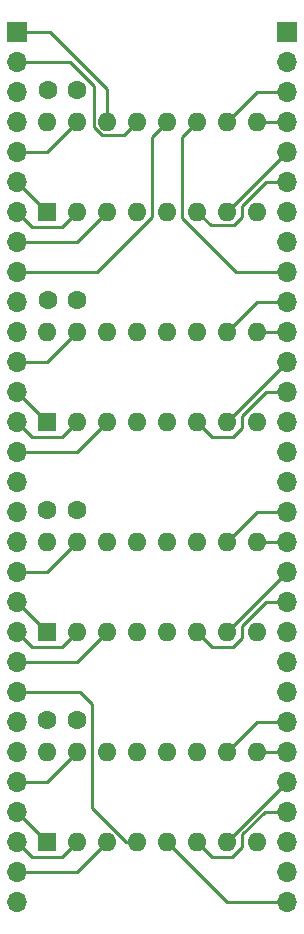
<source format=gbr>
%TF.GenerationSoftware,KiCad,Pcbnew,7.0.6-0*%
%TF.CreationDate,2023-07-28T22:16:22-07:00*%
%TF.ProjectId,V501,56353031-2e6b-4696-9361-645f70636258,rev?*%
%TF.SameCoordinates,Original*%
%TF.FileFunction,Copper,L1,Top*%
%TF.FilePolarity,Positive*%
%FSLAX46Y46*%
G04 Gerber Fmt 4.6, Leading zero omitted, Abs format (unit mm)*
G04 Created by KiCad (PCBNEW 7.0.6-0) date 2023-07-28 22:16:22*
%MOMM*%
%LPD*%
G01*
G04 APERTURE LIST*
%TA.AperFunction,ComponentPad*%
%ADD10C,1.600000*%
%TD*%
%TA.AperFunction,ComponentPad*%
%ADD11R,1.600000X1.600000*%
%TD*%
%TA.AperFunction,ComponentPad*%
%ADD12O,1.600000X1.600000*%
%TD*%
%TA.AperFunction,ComponentPad*%
%ADD13R,1.700000X1.700000*%
%TD*%
%TA.AperFunction,ComponentPad*%
%ADD14O,1.700000X1.700000*%
%TD*%
%TA.AperFunction,Conductor*%
%ADD15C,0.250000*%
%TD*%
G04 APERTURE END LIST*
D10*
%TO.P,C2,1*%
%TO.N,VCC*%
X112034000Y-100330000D03*
%TO.P,C2,2*%
%TO.N,GND*%
X114534000Y-100330000D03*
%TD*%
%TO.P,C1,1*%
%TO.N,VCC*%
X112034000Y-82550000D03*
%TO.P,C1,2*%
%TO.N,GND*%
X114534000Y-82550000D03*
%TD*%
%TO.P,C3,1*%
%TO.N,VCC*%
X111999000Y-118120000D03*
%TO.P,C3,2*%
%TO.N,GND*%
X114499000Y-118120000D03*
%TD*%
D11*
%TO.P,U1,1,D2*%
%TO.N,/J1Bus6*%
X112014000Y-92837000D03*
D12*
%TO.P,U1,2,D3*%
%TO.N,/J1Bus7*%
X114554000Y-92837000D03*
%TO.P,U1,3,D4*%
%TO.N,/J1Bus8*%
X117094000Y-92837000D03*
%TO.P,U1,4,Rb*%
%TO.N,Rb*%
X119634000Y-92837000D03*
%TO.P,U1,5,Ra*%
%TO.N,Ra*%
X122174000Y-92837000D03*
%TO.P,U1,6,Q4*%
%TO.N,/J2Bus6*%
X124714000Y-92837000D03*
%TO.P,U1,7,Q3*%
%TO.N,/J2Bus5*%
X127254000Y-92837000D03*
%TO.P,U1,8,GND*%
%TO.N,GND*%
X129794000Y-92837000D03*
%TO.P,U1,9,Q2*%
%TO.N,/J2Bus4*%
X129794000Y-85217000D03*
%TO.P,U1,10,Q1*%
%TO.N,/J2Bus3*%
X127254000Y-85217000D03*
%TO.P,U1,11,~{Er}*%
%TO.N,~{Er}*%
X124714000Y-85217000D03*
%TO.P,U1,12,~{Ew}*%
%TO.N,~{Ew}*%
X122174000Y-85217000D03*
%TO.P,U1,13,Wb*%
%TO.N,Wb*%
X119634000Y-85217000D03*
%TO.P,U1,14,Wa*%
%TO.N,Wa*%
X117094000Y-85217000D03*
%TO.P,U1,15,D1*%
%TO.N,/J1Bus5*%
X114554000Y-85217000D03*
%TO.P,U1,16,VCC*%
%TO.N,VCC*%
X112014000Y-85217000D03*
%TD*%
D11*
%TO.P,U4,1,D2*%
%TO.N,/J1Bus27*%
X112014000Y-146167000D03*
D12*
%TO.P,U4,2,D3*%
%TO.N,/J1Bus28*%
X114554000Y-146167000D03*
%TO.P,U4,3,D4*%
%TO.N,/J1Bus29*%
X117094000Y-146167000D03*
%TO.P,U4,4,Rb*%
%TO.N,Rb*%
X119634000Y-146167000D03*
%TO.P,U4,5,Ra*%
%TO.N,Ra*%
X122174000Y-146167000D03*
%TO.P,U4,6,Q4*%
%TO.N,/J2Bus27*%
X124714000Y-146167000D03*
%TO.P,U4,7,Q3*%
%TO.N,/J2Bus26*%
X127254000Y-146167000D03*
%TO.P,U4,8,GND*%
%TO.N,GND*%
X129794000Y-146167000D03*
%TO.P,U4,9,Q2*%
%TO.N,/J2Bus25*%
X129794000Y-138547000D03*
%TO.P,U4,10,Q1*%
%TO.N,/J2Bus24*%
X127254000Y-138547000D03*
%TO.P,U4,11,~{Er}*%
%TO.N,~{Er}*%
X124714000Y-138547000D03*
%TO.P,U4,12,~{Ew}*%
%TO.N,~{Ew}*%
X122174000Y-138547000D03*
%TO.P,U4,13,Wb*%
%TO.N,Wb*%
X119634000Y-138547000D03*
%TO.P,U4,14,Wa*%
%TO.N,Wa*%
X117094000Y-138547000D03*
%TO.P,U4,15,D1*%
%TO.N,/J1Bus26*%
X114554000Y-138547000D03*
%TO.P,U4,16,VCC*%
%TO.N,VCC*%
X112014000Y-138547000D03*
%TD*%
D11*
%TO.P,U2,1,D2*%
%TO.N,/J1Bus13*%
X112014000Y-110617000D03*
D12*
%TO.P,U2,2,D3*%
%TO.N,/J1Bus14*%
X114554000Y-110617000D03*
%TO.P,U2,3,D4*%
%TO.N,/J1Bus15*%
X117094000Y-110617000D03*
%TO.P,U2,4,Rb*%
%TO.N,Rb*%
X119634000Y-110617000D03*
%TO.P,U2,5,Ra*%
%TO.N,Ra*%
X122174000Y-110617000D03*
%TO.P,U2,6,Q4*%
%TO.N,/J2Bus13*%
X124714000Y-110617000D03*
%TO.P,U2,7,Q3*%
%TO.N,/J2Bus12*%
X127254000Y-110617000D03*
%TO.P,U2,8,GND*%
%TO.N,GND*%
X129794000Y-110617000D03*
%TO.P,U2,9,Q2*%
%TO.N,/J2Bus11*%
X129794000Y-102997000D03*
%TO.P,U2,10,Q1*%
%TO.N,/J2Bus10*%
X127254000Y-102997000D03*
%TO.P,U2,11,~{Er}*%
%TO.N,~{Er}*%
X124714000Y-102997000D03*
%TO.P,U2,12,~{Ew}*%
%TO.N,~{Ew}*%
X122174000Y-102997000D03*
%TO.P,U2,13,Wb*%
%TO.N,Wb*%
X119634000Y-102997000D03*
%TO.P,U2,14,Wa*%
%TO.N,Wa*%
X117094000Y-102997000D03*
%TO.P,U2,15,D1*%
%TO.N,/J1Bus12*%
X114554000Y-102997000D03*
%TO.P,U2,16,VCC*%
%TO.N,VCC*%
X112014000Y-102997000D03*
%TD*%
D10*
%TO.P,C4,1*%
%TO.N,VCC*%
X111999000Y-135880000D03*
%TO.P,C4,2*%
%TO.N,GND*%
X114499000Y-135880000D03*
%TD*%
D11*
%TO.P,U3,1,D2*%
%TO.N,/J1Bus20*%
X112014000Y-128397000D03*
D12*
%TO.P,U3,2,D3*%
%TO.N,/J1Bus21*%
X114554000Y-128397000D03*
%TO.P,U3,3,D4*%
%TO.N,/J1Bus22*%
X117094000Y-128397000D03*
%TO.P,U3,4,Rb*%
%TO.N,Rb*%
X119634000Y-128397000D03*
%TO.P,U3,5,Ra*%
%TO.N,Ra*%
X122174000Y-128397000D03*
%TO.P,U3,6,Q4*%
%TO.N,/J2Bus20*%
X124714000Y-128397000D03*
%TO.P,U3,7,Q3*%
%TO.N,/J2Bus19*%
X127254000Y-128397000D03*
%TO.P,U3,8,GND*%
%TO.N,GND*%
X129794000Y-128397000D03*
%TO.P,U3,9,Q2*%
%TO.N,/J2Bus18*%
X129794000Y-120777000D03*
%TO.P,U3,10,Q1*%
%TO.N,/J2Bus17*%
X127254000Y-120777000D03*
%TO.P,U3,11,~{Er}*%
%TO.N,~{Er}*%
X124714000Y-120777000D03*
%TO.P,U3,12,~{Ew}*%
%TO.N,~{Ew}*%
X122174000Y-120777000D03*
%TO.P,U3,13,Wb*%
%TO.N,Wb*%
X119634000Y-120777000D03*
%TO.P,U3,14,Wa*%
%TO.N,Wa*%
X117094000Y-120777000D03*
%TO.P,U3,15,D1*%
%TO.N,/J1Bus19*%
X114554000Y-120777000D03*
%TO.P,U3,16,VCC*%
%TO.N,VCC*%
X112014000Y-120777000D03*
%TD*%
D13*
%TO.P,J1,1,Pin_1*%
%TO.N,Wa*%
X109474000Y-77597000D03*
D14*
%TO.P,J1,2,Pin_2*%
%TO.N,Wb*%
X109474000Y-80137000D03*
%TO.P,J1,3,Pin_3*%
%TO.N,VCC*%
X109474000Y-82677000D03*
%TO.P,J1,4,Pin_4*%
X109474000Y-85217000D03*
%TO.P,J1,5,Pin_5*%
%TO.N,/J1Bus5*%
X109474000Y-87757000D03*
%TO.P,J1,6,Pin_6*%
%TO.N,/J1Bus6*%
X109474000Y-90297000D03*
%TO.P,J1,7,Pin_7*%
%TO.N,/J1Bus7*%
X109474000Y-92837000D03*
%TO.P,J1,8,Pin_8*%
%TO.N,/J1Bus8*%
X109474000Y-95377000D03*
%TO.P,J1,9,Pin_9*%
%TO.N,~{Ew}*%
X109474000Y-97917000D03*
%TO.P,J1,10,Pin_10*%
%TO.N,VCC*%
X109474000Y-100457000D03*
%TO.P,J1,11,Pin_11*%
X109474000Y-102997000D03*
%TO.P,J1,12,Pin_12*%
%TO.N,/J1Bus12*%
X109474000Y-105537000D03*
%TO.P,J1,13,Pin_13*%
%TO.N,/J1Bus13*%
X109474000Y-108077000D03*
%TO.P,J1,14,Pin_14*%
%TO.N,/J1Bus14*%
X109474000Y-110617000D03*
%TO.P,J1,15,Pin_15*%
%TO.N,/J1Bus15*%
X109474000Y-113157000D03*
%TO.P,J1,16,Pin_16*%
%TO.N,/J1Bus16*%
X109474000Y-115697000D03*
%TO.P,J1,17,Pin_17*%
%TO.N,VCC*%
X109474000Y-118237000D03*
%TO.P,J1,18,Pin_18*%
X109474000Y-120777000D03*
%TO.P,J1,19,Pin_19*%
%TO.N,/J1Bus19*%
X109474000Y-123317000D03*
%TO.P,J1,20,Pin_20*%
%TO.N,/J1Bus20*%
X109474000Y-125857000D03*
%TO.P,J1,21,Pin_21*%
%TO.N,/J1Bus21*%
X109474000Y-128397000D03*
%TO.P,J1,22,Pin_22*%
%TO.N,/J1Bus22*%
X109474000Y-130937000D03*
%TO.P,J1,23,Pin_23*%
%TO.N,Rb*%
X109474000Y-133477000D03*
%TO.P,J1,24,Pin_24*%
%TO.N,VCC*%
X109474000Y-136017000D03*
%TO.P,J1,25,Pin_25*%
X109474000Y-138557000D03*
%TO.P,J1,26,Pin_26*%
%TO.N,/J1Bus26*%
X109474000Y-141097000D03*
%TO.P,J1,27,Pin_27*%
%TO.N,/J1Bus27*%
X109474000Y-143637000D03*
%TO.P,J1,28,Pin_28*%
%TO.N,/J1Bus28*%
X109474000Y-146177000D03*
%TO.P,J1,29,Pin_29*%
%TO.N,/J1Bus29*%
X109474000Y-148717000D03*
%TO.P,J1,30,Pin_30*%
%TO.N,VCC*%
X109474000Y-151257000D03*
%TD*%
D13*
%TO.P,J2,1,Pin_1*%
%TO.N,GND*%
X132334000Y-77597000D03*
D14*
%TO.P,J2,2,Pin_2*%
X132334000Y-80137000D03*
%TO.P,J2,3,Pin_3*%
%TO.N,/J2Bus3*%
X132334000Y-82677000D03*
%TO.P,J2,4,Pin_4*%
%TO.N,/J2Bus4*%
X132334000Y-85217000D03*
%TO.P,J2,5,Pin_5*%
%TO.N,/J2Bus5*%
X132334000Y-87757000D03*
%TO.P,J2,6,Pin_6*%
%TO.N,/J2Bus6*%
X132334000Y-90297000D03*
%TO.P,J2,7,Pin_7*%
%TO.N,GND*%
X132334000Y-92837000D03*
%TO.P,J2,8,Pin_8*%
X132334000Y-95377000D03*
%TO.P,J2,9,Pin_9*%
%TO.N,~{Er}*%
X132334000Y-97917000D03*
%TO.P,J2,10,Pin_10*%
%TO.N,/J2Bus10*%
X132334000Y-100457000D03*
%TO.P,J2,11,Pin_11*%
%TO.N,/J2Bus11*%
X132334000Y-102997000D03*
%TO.P,J2,12,Pin_12*%
%TO.N,/J2Bus12*%
X132334000Y-105537000D03*
%TO.P,J2,13,Pin_13*%
%TO.N,/J2Bus13*%
X132334000Y-108077000D03*
%TO.P,J2,14,Pin_14*%
%TO.N,GND*%
X132334000Y-110617000D03*
%TO.P,J2,15,Pin_15*%
X132334000Y-113157000D03*
%TO.P,J2,16,Pin_16*%
%TO.N,/J2Bus16*%
X132334000Y-115697000D03*
%TO.P,J2,17,Pin_17*%
%TO.N,/J2Bus17*%
X132334000Y-118237000D03*
%TO.P,J2,18,Pin_18*%
%TO.N,/J2Bus18*%
X132334000Y-120777000D03*
%TO.P,J2,19,Pin_19*%
%TO.N,/J2Bus19*%
X132334000Y-123317000D03*
%TO.P,J2,20,Pin_20*%
%TO.N,/J2Bus20*%
X132334000Y-125857000D03*
%TO.P,J2,21,Pin_21*%
%TO.N,GND*%
X132334000Y-128397000D03*
%TO.P,J2,22,Pin_22*%
X132334000Y-130937000D03*
%TO.P,J2,23,Pin_23*%
%TO.N,/J2Bus23*%
X132334000Y-133477000D03*
%TO.P,J2,24,Pin_24*%
%TO.N,/J2Bus24*%
X132334000Y-136017000D03*
%TO.P,J2,25,Pin_25*%
%TO.N,/J2Bus25*%
X132334000Y-138557000D03*
%TO.P,J2,26,Pin_26*%
%TO.N,/J2Bus26*%
X132334000Y-141097000D03*
%TO.P,J2,27,Pin_27*%
%TO.N,/J2Bus27*%
X132334000Y-143637000D03*
%TO.P,J2,28,Pin_28*%
%TO.N,GND*%
X132334000Y-146177000D03*
%TO.P,J2,29,Pin_29*%
X132334000Y-148717000D03*
%TO.P,J2,30,Pin_30*%
%TO.N,Ra*%
X132334000Y-151257000D03*
%TD*%
D15*
%TO.N,/J2Bus17*%
X132334000Y-118237000D02*
X129794000Y-118237000D01*
X129794000Y-118237000D02*
X127254000Y-120777000D01*
%TO.N,/J2Bus18*%
X132334000Y-120777000D02*
X129794000Y-120777000D01*
%TO.N,/J2Bus19*%
X132334000Y-123317000D02*
X127254000Y-128397000D01*
%TO.N,/J2Bus20*%
X128524000Y-127889000D02*
X128524000Y-128905000D01*
X132334000Y-125857000D02*
X130556000Y-125857000D01*
X128524000Y-128905000D02*
X127762000Y-129667000D01*
X127762000Y-129667000D02*
X125984000Y-129667000D01*
X130556000Y-125857000D02*
X128524000Y-127889000D01*
X125984000Y-129667000D02*
X124714000Y-128397000D01*
%TO.N,/J1Bus26*%
X109474000Y-141097000D02*
X112004000Y-141097000D01*
X112004000Y-141097000D02*
X114554000Y-138547000D01*
%TO.N,/J1Bus22*%
X109474000Y-130937000D02*
X114554000Y-130937000D01*
X114554000Y-130937000D02*
X117094000Y-128397000D01*
%TO.N,/J1Bus21*%
X110744000Y-129667000D02*
X113284000Y-129667000D01*
X109474000Y-128397000D02*
X110744000Y-129667000D01*
X113284000Y-129667000D02*
X114554000Y-128397000D01*
%TO.N,/J1Bus20*%
X109474000Y-125857000D02*
X112014000Y-128397000D01*
%TO.N,/J1Bus19*%
X112014000Y-123317000D02*
X114554000Y-120777000D01*
X109474000Y-123317000D02*
X112014000Y-123317000D01*
%TO.N,/J1Bus15*%
X114554000Y-113157000D02*
X117094000Y-110617000D01*
X109474000Y-113157000D02*
X114554000Y-113157000D01*
%TO.N,/J1Bus14*%
X113284000Y-111887000D02*
X114554000Y-110617000D01*
X110744000Y-111887000D02*
X113284000Y-111887000D01*
X109474000Y-110617000D02*
X110744000Y-111887000D01*
%TO.N,/J1Bus13*%
X109474000Y-108077000D02*
X112014000Y-110617000D01*
%TO.N,/J1Bus12*%
X112014000Y-105537000D02*
X114554000Y-102997000D01*
X109474000Y-105537000D02*
X112014000Y-105537000D01*
%TO.N,/J1Bus8*%
X109474000Y-95377000D02*
X114554000Y-95377000D01*
X114554000Y-95377000D02*
X117094000Y-92837000D01*
%TO.N,/J1Bus7*%
X113284000Y-94107000D02*
X114554000Y-92837000D01*
X109474000Y-92837000D02*
X110744000Y-94107000D01*
X110744000Y-94107000D02*
X113284000Y-94107000D01*
%TO.N,/J1Bus6*%
X109474000Y-90297000D02*
X112014000Y-92837000D01*
%TO.N,/J1Bus5*%
X109474000Y-87757000D02*
X112014000Y-87757000D01*
X112014000Y-87757000D02*
X114554000Y-85217000D01*
%TO.N,/J2Bus3*%
X129794000Y-82677000D02*
X127254000Y-85217000D01*
X132334000Y-82677000D02*
X129794000Y-82677000D01*
%TO.N,/J2Bus6*%
X132334000Y-90297000D02*
X130556000Y-90297000D01*
X130556000Y-90297000D02*
X128524000Y-92329000D01*
X128524000Y-92329000D02*
X128524000Y-93251495D01*
X128524000Y-93251495D02*
X127795495Y-93980000D01*
X125857000Y-93980000D02*
X124714000Y-92837000D01*
X127795495Y-93980000D02*
X125857000Y-93980000D01*
%TO.N,/J2Bus5*%
X132334000Y-87757000D02*
X127254000Y-92837000D01*
%TO.N,/J2Bus4*%
X132334000Y-85217000D02*
X129794000Y-85217000D01*
%TO.N,Rb*%
X115824000Y-134493000D02*
X114808000Y-133477000D01*
X114808000Y-133477000D02*
X109474000Y-133477000D01*
X118684991Y-146167000D02*
X115824000Y-143306009D01*
X119634000Y-146167000D02*
X118684991Y-146167000D01*
X115824000Y-143306009D02*
X115824000Y-134493000D01*
%TO.N,Ra*%
X132334000Y-151257000D02*
X127264000Y-151257000D01*
X127264000Y-151257000D02*
X122174000Y-146167000D01*
%TO.N,~{Er}*%
X123444000Y-86487000D02*
X124714000Y-85217000D01*
X128016000Y-97917000D02*
X123444000Y-93345000D01*
X123444000Y-93345000D02*
X123444000Y-86487000D01*
X132334000Y-97917000D02*
X128016000Y-97917000D01*
%TO.N,~{Ew}*%
X116238496Y-97917000D02*
X120904000Y-93251496D01*
X120904000Y-86487000D02*
X122174000Y-85217000D01*
X120904000Y-93251496D02*
X120904000Y-86487000D01*
X109474000Y-97917000D02*
X116238496Y-97917000D01*
%TO.N,Wb*%
X118509000Y-86342000D02*
X119634000Y-85217000D01*
X116628009Y-86342000D02*
X118509000Y-86342000D01*
X115951000Y-82169000D02*
X115951000Y-85664991D01*
X109474000Y-80137000D02*
X113919000Y-80137000D01*
X113919000Y-80137000D02*
X115951000Y-82169000D01*
X115951000Y-85664991D02*
X116628009Y-86342000D01*
%TO.N,Wa*%
X112268000Y-77597000D02*
X117094000Y-82423000D01*
X117094000Y-82423000D02*
X117094000Y-85217000D01*
X109474000Y-77597000D02*
X112268000Y-77597000D01*
%TO.N,/J2Bus10*%
X132334000Y-100457000D02*
X129794000Y-100457000D01*
X129794000Y-100457000D02*
X127254000Y-102997000D01*
%TO.N,/J2Bus11*%
X132334000Y-102997000D02*
X129794000Y-102997000D01*
%TO.N,/J2Bus12*%
X132334000Y-105537000D02*
X127254000Y-110617000D01*
%TO.N,/J2Bus13*%
X128524000Y-111125000D02*
X127762000Y-111887000D01*
X127762000Y-111887000D02*
X125984000Y-111887000D01*
X128524000Y-110109000D02*
X128524000Y-111125000D01*
X132334000Y-108077000D02*
X130556000Y-108077000D01*
X130556000Y-108077000D02*
X128524000Y-110109000D01*
X125984000Y-111887000D02*
X124714000Y-110617000D01*
%TO.N,/J2Bus24*%
X129784000Y-136017000D02*
X127254000Y-138547000D01*
X132334000Y-136017000D02*
X129784000Y-136017000D01*
%TO.N,/J1Bus29*%
X109474000Y-148717000D02*
X114544000Y-148717000D01*
X114544000Y-148717000D02*
X117094000Y-146167000D01*
%TO.N,/J1Bus28*%
X113274000Y-147447000D02*
X114554000Y-146167000D01*
X109474000Y-146177000D02*
X110744000Y-147447000D01*
X110744000Y-147447000D02*
X113274000Y-147447000D01*
%TO.N,/J1Bus27*%
X109474000Y-143637000D02*
X112004000Y-146167000D01*
X112004000Y-146167000D02*
X112014000Y-146167000D01*
%TO.N,/J2Bus25*%
X132334000Y-138557000D02*
X129804000Y-138557000D01*
X129804000Y-138557000D02*
X129794000Y-138547000D01*
%TO.N,/J2Bus26*%
X132334000Y-141097000D02*
X127264000Y-146167000D01*
X127264000Y-146167000D02*
X127254000Y-146167000D01*
%TO.N,/J2Bus27*%
X128524000Y-145556009D02*
X128524000Y-146586495D01*
X130443009Y-143637000D02*
X128524000Y-145556009D01*
X125994000Y-147447000D02*
X124714000Y-146167000D01*
X127663495Y-147447000D02*
X125994000Y-147447000D01*
X132334000Y-143637000D02*
X130443009Y-143637000D01*
X128524000Y-146586495D02*
X127663495Y-147447000D01*
%TD*%
M02*

</source>
